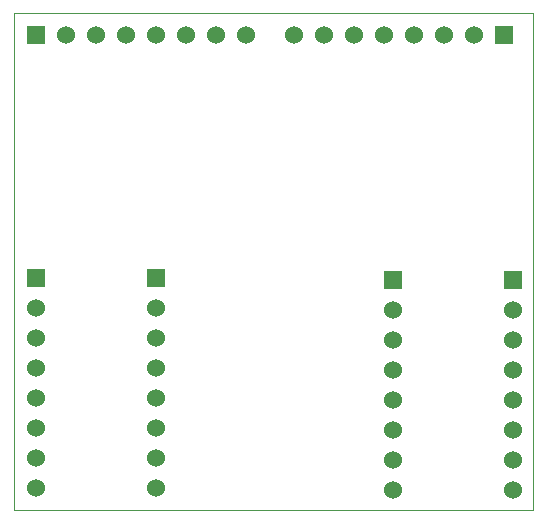
<source format=gbs>
G04 (created by PCBNEW (2013-mar-13)-testing) date Sun 09 Jun 2013 10:01:08 PM EDT*
%MOIN*%
G04 Gerber Fmt 3.4, Leading zero omitted, Abs format*
%FSLAX34Y34*%
G01*
G70*
G90*
G04 APERTURE LIST*
%ADD10C,0.005906*%
%ADD11C,0.003937*%
%ADD12R,0.060000X0.060000*%
%ADD13C,0.060000*%
G04 APERTURE END LIST*
G54D10*
G54D11*
X54566Y-55826D02*
X71870Y-55826D01*
X54566Y-39251D02*
X54566Y-55826D01*
X71870Y-39251D02*
X71870Y-55826D01*
X54566Y-39251D02*
X71870Y-39251D01*
G54D12*
X55300Y-40000D03*
G54D13*
X56300Y-40000D03*
X57300Y-40000D03*
X58300Y-40000D03*
X59300Y-40000D03*
X60300Y-40000D03*
X61300Y-40000D03*
X62300Y-40000D03*
G54D12*
X70898Y-40000D03*
G54D13*
X69898Y-40000D03*
X68898Y-40000D03*
X67898Y-40000D03*
X66898Y-40000D03*
X65898Y-40000D03*
X64898Y-40000D03*
X63898Y-40000D03*
G54D12*
X55300Y-48100D03*
G54D13*
X55300Y-49100D03*
X55300Y-50100D03*
X55300Y-51100D03*
X55300Y-52100D03*
X55300Y-53100D03*
X55300Y-54100D03*
X55300Y-55100D03*
G54D12*
X59300Y-48100D03*
G54D13*
X59300Y-49100D03*
X59300Y-50100D03*
X59300Y-51100D03*
X59300Y-52100D03*
X59300Y-53100D03*
X59300Y-54100D03*
X59300Y-55100D03*
G54D12*
X67196Y-48157D03*
G54D13*
X67196Y-49157D03*
X67196Y-50157D03*
X67196Y-51157D03*
X67196Y-52157D03*
X67196Y-53157D03*
X67196Y-54157D03*
X67196Y-55157D03*
G54D12*
X71196Y-48157D03*
G54D13*
X71196Y-49157D03*
X71196Y-50157D03*
X71196Y-51157D03*
X71196Y-52157D03*
X71196Y-53157D03*
X71196Y-54157D03*
X71196Y-55157D03*
M02*

</source>
